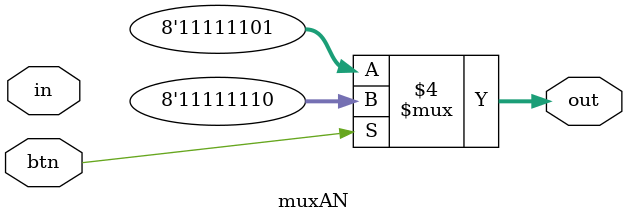
<source format=v>
`timescale 1ns / 1ps


module muxAN(out, in, btn);
    input [7:0] in;
    output [7:0] out;
    input btn;
    
    reg [7:0] out;
    always @ (in or btn)
        begin
            if (!btn)
                out <= 8'b11111101; // digit 1
            else
                out <= 8'b11111110; // digit 2
        end
endmodule

</source>
